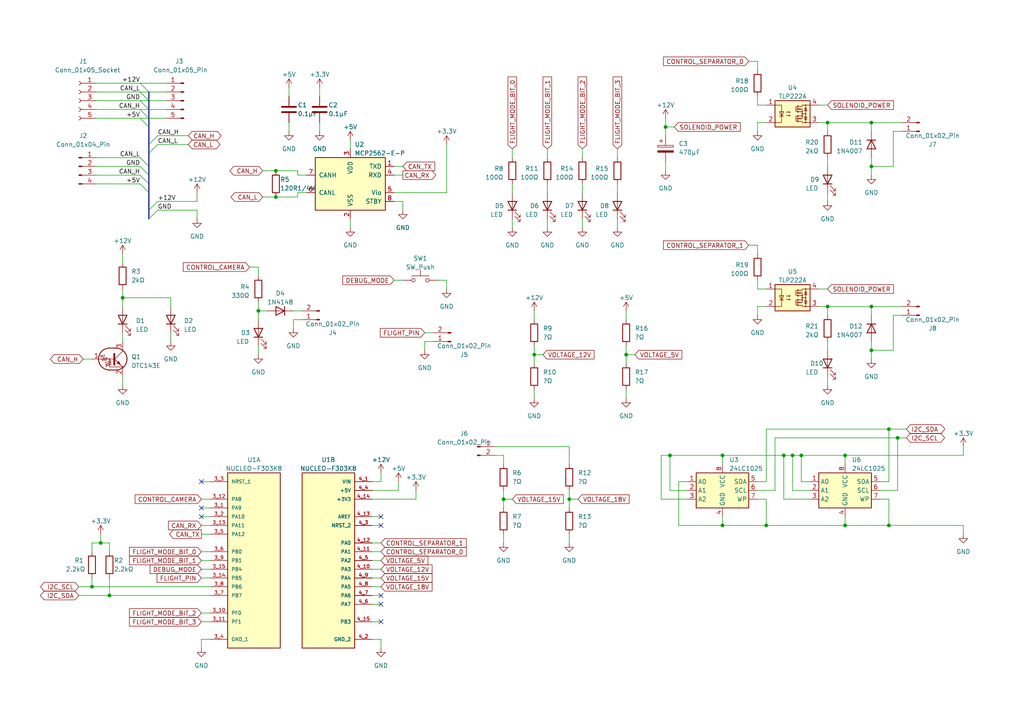
<source format=kicad_sch>
(kicad_sch (version 20230121) (generator eeschema)
  (paper "A4")
  (junction (at 146.05 144.78))
  (junction (at 245.11 132.08))
  (junction (at 209.55 132.08))
  (junction (at 252.73 48.26))
  (junction (at 252.73 101.6))
  (junction (at 227.33 132.08))
  (junction (at 260.35 127))
  (junction (at 35.56 86.36))
  (junction (at 26.67 170.18))
  (junction (at 80.01 57.15))
  (junction (at 154.94 102.87))
  (junction (at 240.03 88.9))
  (junction (at 257.81 152.4))
  (junction (at 252.73 88.9))
  (junction (at 181.61 102.87))
  (junction (at 240.03 35.56))
  (junction (at 193.04 36.83))
  (junction (at 29.21 157.48))
  (junction (at 31.75 172.72))
  (junction (at 194.31 132.08))
  (junction (at 209.55 152.4))
  (junction (at 252.73 35.56))
  (junction (at 232.41 132.08))
  (junction (at 222.25 152.4))
  (junction (at 80.01 49.53))
  (junction (at 74.93 90.17))
  (junction (at 245.11 152.4))
  (junction (at 229.87 132.08))
  (junction (at 257.81 124.46))
  (junction (at 165.1 144.78))
  (no_connect (at 110.49 175.26))
  (no_connect (at 58.42 149.86))
  (no_connect (at 110.49 149.86))
  (no_connect (at 58.42 139.7))
  (no_connect (at 110.49 152.4))
  (no_connect (at 110.49 172.72))
  (no_connect (at 58.42 147.32))
  (no_connect (at 110.49 180.34))
  (bus_entry (at 40.64 50.8) (size 2.54 2.54))
  (bus_entry (at 40.64 31.75) (size 2.54 2.54))
  (bus_entry (at 43.18 60.96) (size 2.54 -2.54))
  (bus_entry (at 40.64 53.34) (size 2.54 2.54))
  (bus_entry (at 43.18 41.91) (size 2.54 -2.54))
  (bus_entry (at 40.64 29.21) (size 2.54 2.54))
  (bus_entry (at 40.64 34.29) (size 2.54 2.54))
  (bus_entry (at 40.64 48.26) (size 2.54 2.54))
  (bus_entry (at 40.64 45.72) (size 2.54 2.54))
  (bus_entry (at 40.64 24.13) (size 2.54 2.54))
  (bus_entry (at 43.18 63.5) (size 2.54 -2.54))
  (bus_entry (at 43.18 44.45) (size 2.54 -2.54))
  (bus_entry (at 40.64 26.67) (size 2.54 2.54))
  (wire (pts (xy 168.91 53.34) (xy 168.91 55.88)))
  (wire (pts (xy 227.33 144.78) (xy 227.33 132.08)))
  (wire (pts (xy 154.94 113.03) (xy 154.94 115.57)))
  (wire (pts (xy 57.15 58.42) (xy 45.72 58.42)))
  (wire (pts (xy 31.75 167.64) (xy 31.75 172.72)))
  (wire (pts (xy 257.81 152.4) (xy 245.11 152.4)))
  (wire (pts (xy 259.08 38.1) (xy 259.08 48.26)))
  (wire (pts (xy 237.49 83.82) (xy 240.03 83.82)))
  (wire (pts (xy 58.42 147.32) (xy 60.96 147.32)))
  (wire (pts (xy 58.42 187.96) (xy 58.42 185.42)))
  (wire (pts (xy 43.18 26.67) (xy 40.64 26.67)))
  (wire (pts (xy 219.71 27.94) (xy 219.71 30.48)))
  (wire (pts (xy 24.13 104.14) (xy 26.67 104.14)))
  (wire (pts (xy 219.71 71.12) (xy 219.71 73.66)))
  (wire (pts (xy 234.95 139.7) (xy 232.41 139.7)))
  (wire (pts (xy 26.67 167.64) (xy 26.67 170.18)))
  (wire (pts (xy 209.55 134.62) (xy 209.55 132.08)))
  (wire (pts (xy 43.18 31.75) (xy 48.26 31.75)))
  (wire (pts (xy 31.75 172.72) (xy 60.96 172.72)))
  (wire (pts (xy 107.95 185.42) (xy 110.49 185.42)))
  (wire (pts (xy 179.07 43.18) (xy 179.07 45.72)))
  (wire (pts (xy 43.18 29.21) (xy 40.64 29.21)))
  (wire (pts (xy 58.42 152.4) (xy 60.96 152.4)))
  (wire (pts (xy 237.49 88.9) (xy 240.03 88.9)))
  (wire (pts (xy 199.39 142.24) (xy 194.31 142.24)))
  (wire (pts (xy 74.93 90.17) (xy 74.93 92.71)))
  (wire (pts (xy 107.95 139.7) (xy 110.49 139.7)))
  (wire (pts (xy 22.86 172.72) (xy 31.75 172.72)))
  (wire (pts (xy 255.27 139.7) (xy 257.81 139.7)))
  (wire (pts (xy 143.51 129.54) (xy 165.1 129.54)))
  (wire (pts (xy 279.4 129.54) (xy 279.4 132.08)))
  (wire (pts (xy 107.95 144.78) (xy 120.65 144.78)))
  (wire (pts (xy 217.17 71.12) (xy 219.71 71.12)))
  (wire (pts (xy 165.1 144.78) (xy 165.1 147.32)))
  (wire (pts (xy 194.31 132.08) (xy 209.55 132.08)))
  (wire (pts (xy 146.05 154.94) (xy 146.05 157.48)))
  (wire (pts (xy 35.56 83.82) (xy 35.56 86.36)))
  (wire (pts (xy 35.56 86.36) (xy 49.53 86.36)))
  (wire (pts (xy 179.07 53.34) (xy 179.07 55.88)))
  (wire (pts (xy 245.11 132.08) (xy 245.11 134.62)))
  (bus (pts (xy 43.18 48.26) (xy 43.18 50.8)))
  (wire (pts (xy 240.03 45.72) (xy 240.03 48.26)))
  (wire (pts (xy 58.42 177.8) (xy 60.96 177.8)))
  (wire (pts (xy 116.84 58.42) (xy 116.84 60.96)))
  (wire (pts (xy 193.04 36.83) (xy 193.04 39.37)))
  (wire (pts (xy 83.82 25.4) (xy 83.82 27.94)))
  (wire (pts (xy 72.39 77.47) (xy 74.93 77.47)))
  (wire (pts (xy 193.04 34.29) (xy 193.04 36.83)))
  (wire (pts (xy 229.87 142.24) (xy 229.87 132.08)))
  (wire (pts (xy 110.49 152.4) (xy 107.95 152.4)))
  (wire (pts (xy 219.71 142.24) (xy 224.79 142.24)))
  (bus (pts (xy 43.18 36.83) (xy 43.18 41.91)))
  (wire (pts (xy 222.25 144.78) (xy 222.25 152.4)))
  (wire (pts (xy 57.15 63.5) (xy 57.15 60.96)))
  (wire (pts (xy 43.18 29.21) (xy 48.26 29.21)))
  (wire (pts (xy 114.3 48.26) (xy 116.84 48.26)))
  (wire (pts (xy 191.77 144.78) (xy 191.77 132.08)))
  (bus (pts (xy 43.18 41.91) (xy 43.18 44.45)))
  (wire (pts (xy 27.94 34.29) (xy 40.64 34.29)))
  (wire (pts (xy 196.85 139.7) (xy 196.85 152.4)))
  (wire (pts (xy 114.3 50.8) (xy 116.84 50.8)))
  (wire (pts (xy 43.18 34.29) (xy 40.64 34.29)))
  (wire (pts (xy 199.39 139.7) (xy 196.85 139.7)))
  (wire (pts (xy 259.08 48.26) (xy 252.73 48.26)))
  (wire (pts (xy 245.11 132.08) (xy 279.4 132.08)))
  (wire (pts (xy 227.33 132.08) (xy 229.87 132.08)))
  (wire (pts (xy 57.15 55.88) (xy 57.15 58.42)))
  (wire (pts (xy 255.27 142.24) (xy 260.35 142.24)))
  (wire (pts (xy 232.41 132.08) (xy 245.11 132.08)))
  (bus (pts (xy 43.18 60.96) (xy 43.18 63.5)))
  (wire (pts (xy 259.08 91.44) (xy 259.08 101.6)))
  (bus (pts (xy 43.18 31.75) (xy 43.18 34.29)))
  (wire (pts (xy 43.18 31.75) (xy 40.64 31.75)))
  (wire (pts (xy 240.03 88.9) (xy 252.73 88.9)))
  (wire (pts (xy 129.54 81.28) (xy 129.54 83.82)))
  (wire (pts (xy 43.18 34.29) (xy 48.26 34.29)))
  (wire (pts (xy 107.95 160.02) (xy 110.49 160.02)))
  (wire (pts (xy 76.2 49.53) (xy 80.01 49.53)))
  (wire (pts (xy 146.05 132.08) (xy 146.05 134.62)))
  (wire (pts (xy 48.26 26.67) (xy 43.18 26.67)))
  (wire (pts (xy 107.95 167.64) (xy 110.49 167.64)))
  (wire (pts (xy 107.95 180.34) (xy 110.49 180.34)))
  (wire (pts (xy 240.03 35.56) (xy 252.73 35.56)))
  (bus (pts (xy 43.18 53.34) (xy 43.18 55.88)))
  (wire (pts (xy 86.36 50.8) (xy 86.36 49.53)))
  (wire (pts (xy 148.59 53.34) (xy 148.59 55.88)))
  (bus (pts (xy 43.18 34.29) (xy 43.18 36.83)))
  (wire (pts (xy 123.19 99.06) (xy 125.73 99.06)))
  (wire (pts (xy 191.77 132.08) (xy 194.31 132.08)))
  (wire (pts (xy 165.1 142.24) (xy 165.1 144.78)))
  (wire (pts (xy 257.81 124.46) (xy 262.89 124.46)))
  (wire (pts (xy 107.95 142.24) (xy 115.57 142.24)))
  (wire (pts (xy 76.2 57.15) (xy 80.01 57.15)))
  (wire (pts (xy 240.03 88.9) (xy 240.03 91.44)))
  (wire (pts (xy 257.81 152.4) (xy 279.4 152.4)))
  (wire (pts (xy 107.95 157.48) (xy 110.49 157.48)))
  (wire (pts (xy 35.56 86.36) (xy 35.56 88.9)))
  (wire (pts (xy 92.71 35.56) (xy 92.71 38.1)))
  (wire (pts (xy 85.09 95.25) (xy 85.09 92.71)))
  (wire (pts (xy 146.05 144.78) (xy 146.05 147.32)))
  (wire (pts (xy 85.09 92.71) (xy 87.63 92.71)))
  (wire (pts (xy 58.42 162.56) (xy 60.96 162.56)))
  (wire (pts (xy 222.25 124.46) (xy 222.25 139.7)))
  (wire (pts (xy 115.57 139.7) (xy 115.57 142.24)))
  (wire (pts (xy 101.6 63.5) (xy 101.6 66.04)))
  (wire (pts (xy 240.03 35.56) (xy 240.03 38.1)))
  (wire (pts (xy 240.03 55.88) (xy 240.03 58.42)))
  (wire (pts (xy 158.75 63.5) (xy 158.75 66.04)))
  (wire (pts (xy 252.73 35.56) (xy 252.73 38.1)))
  (wire (pts (xy 219.71 30.48) (xy 222.25 30.48)))
  (wire (pts (xy 181.61 102.87) (xy 181.61 105.41)))
  (wire (pts (xy 154.94 102.87) (xy 157.48 102.87)))
  (wire (pts (xy 181.61 113.03) (xy 181.61 115.57)))
  (wire (pts (xy 209.55 132.08) (xy 227.33 132.08)))
  (wire (pts (xy 45.72 41.91) (xy 54.61 41.91)))
  (wire (pts (xy 26.67 157.48) (xy 29.21 157.48)))
  (wire (pts (xy 219.71 17.78) (xy 219.71 20.32)))
  (wire (pts (xy 35.56 109.22) (xy 35.56 111.76)))
  (wire (pts (xy 58.42 180.34) (xy 60.96 180.34)))
  (wire (pts (xy 232.41 139.7) (xy 232.41 132.08)))
  (wire (pts (xy 222.25 152.4) (xy 209.55 152.4)))
  (wire (pts (xy 107.95 165.1) (xy 110.49 165.1)))
  (wire (pts (xy 255.27 144.78) (xy 257.81 144.78)))
  (wire (pts (xy 88.9 50.8) (xy 86.36 50.8)))
  (wire (pts (xy 58.42 139.7) (xy 60.96 139.7)))
  (wire (pts (xy 27.94 50.8) (xy 40.64 50.8)))
  (wire (pts (xy 261.62 88.9) (xy 252.73 88.9)))
  (wire (pts (xy 261.62 35.56) (xy 252.73 35.56)))
  (wire (pts (xy 29.21 154.94) (xy 29.21 157.48)))
  (wire (pts (xy 168.91 43.18) (xy 168.91 45.72)))
  (wire (pts (xy 259.08 101.6) (xy 252.73 101.6)))
  (wire (pts (xy 158.75 53.34) (xy 158.75 55.88)))
  (wire (pts (xy 92.71 25.4) (xy 92.71 27.94)))
  (wire (pts (xy 219.71 83.82) (xy 222.25 83.82)))
  (wire (pts (xy 107.95 170.18) (xy 110.49 170.18)))
  (wire (pts (xy 219.71 35.56) (xy 222.25 35.56)))
  (wire (pts (xy 49.53 96.52) (xy 49.53 99.06)))
  (wire (pts (xy 86.36 55.88) (xy 86.36 57.15)))
  (wire (pts (xy 193.04 46.99) (xy 193.04 49.53)))
  (wire (pts (xy 110.49 149.86) (xy 107.95 149.86)))
  (wire (pts (xy 35.56 73.66) (xy 35.56 76.2)))
  (wire (pts (xy 107.95 172.72) (xy 110.49 172.72)))
  (wire (pts (xy 224.79 127) (xy 260.35 127)))
  (wire (pts (xy 57.15 60.96) (xy 45.72 60.96)))
  (wire (pts (xy 168.91 63.5) (xy 168.91 66.04)))
  (wire (pts (xy 199.39 144.78) (xy 191.77 144.78)))
  (bus (pts (xy 43.18 50.8) (xy 43.18 53.34)))
  (wire (pts (xy 27.94 31.75) (xy 40.64 31.75)))
  (wire (pts (xy 58.42 144.78) (xy 60.96 144.78)))
  (wire (pts (xy 219.71 139.7) (xy 222.25 139.7)))
  (wire (pts (xy 29.21 157.48) (xy 31.75 157.48)))
  (wire (pts (xy 148.59 43.18) (xy 148.59 45.72)))
  (wire (pts (xy 27.94 29.21) (xy 40.64 29.21)))
  (wire (pts (xy 74.93 77.47) (xy 74.93 80.01)))
  (wire (pts (xy 219.71 38.1) (xy 219.71 35.56)))
  (wire (pts (xy 40.64 24.13) (xy 48.26 24.13)))
  (wire (pts (xy 110.49 175.26) (xy 107.95 175.26)))
  (wire (pts (xy 257.81 144.78) (xy 257.81 152.4)))
  (wire (pts (xy 58.42 167.64) (xy 60.96 167.64)))
  (wire (pts (xy 234.95 142.24) (xy 229.87 142.24)))
  (bus (pts (xy 43.18 44.45) (xy 43.18 48.26)))
  (wire (pts (xy 27.94 45.72) (xy 40.64 45.72)))
  (wire (pts (xy 257.81 124.46) (xy 257.81 139.7)))
  (wire (pts (xy 252.73 88.9) (xy 252.73 91.44)))
  (wire (pts (xy 240.03 99.06) (xy 240.03 101.6)))
  (bus (pts (xy 43.18 29.21) (xy 43.18 31.75)))
  (wire (pts (xy 58.42 165.1) (xy 60.96 165.1)))
  (wire (pts (xy 85.09 90.17) (xy 87.63 90.17)))
  (wire (pts (xy 261.62 38.1) (xy 259.08 38.1)))
  (wire (pts (xy 252.73 45.72) (xy 252.73 48.26)))
  (wire (pts (xy 209.55 149.86) (xy 209.55 152.4)))
  (wire (pts (xy 143.51 132.08) (xy 146.05 132.08)))
  (wire (pts (xy 219.71 144.78) (xy 222.25 144.78)))
  (wire (pts (xy 181.61 90.17) (xy 181.61 92.71)))
  (wire (pts (xy 58.42 154.94) (xy 60.96 154.94)))
  (wire (pts (xy 129.54 41.91) (xy 129.54 55.88)))
  (wire (pts (xy 245.11 152.4) (xy 222.25 152.4)))
  (wire (pts (xy 217.17 17.78) (xy 219.71 17.78)))
  (wire (pts (xy 245.11 149.86) (xy 245.11 152.4)))
  (wire (pts (xy 179.07 63.5) (xy 179.07 66.04)))
  (wire (pts (xy 27.94 48.26) (xy 40.64 48.26)))
  (wire (pts (xy 120.65 142.24) (xy 120.65 144.78)))
  (wire (pts (xy 110.49 187.96) (xy 110.49 185.42)))
  (wire (pts (xy 279.4 154.94) (xy 279.4 152.4)))
  (wire (pts (xy 193.04 36.83) (xy 195.58 36.83)))
  (wire (pts (xy 80.01 57.15) (xy 86.36 57.15)))
  (wire (pts (xy 22.86 170.18) (xy 26.67 170.18)))
  (wire (pts (xy 146.05 142.24) (xy 146.05 144.78)))
  (wire (pts (xy 165.1 144.78) (xy 167.64 144.78)))
  (wire (pts (xy 154.94 90.17) (xy 154.94 92.71)))
  (wire (pts (xy 35.56 96.52) (xy 35.56 99.06)))
  (wire (pts (xy 196.85 152.4) (xy 209.55 152.4)))
  (wire (pts (xy 58.42 149.86) (xy 60.96 149.86)))
  (wire (pts (xy 237.49 30.48) (xy 240.03 30.48)))
  (wire (pts (xy 154.94 100.33) (xy 154.94 102.87)))
  (wire (pts (xy 110.49 162.56) (xy 107.95 162.56)))
  (wire (pts (xy 146.05 144.78) (xy 148.59 144.78)))
  (wire (pts (xy 219.71 88.9) (xy 222.25 88.9)))
  (wire (pts (xy 148.59 63.5) (xy 148.59 66.04)))
  (wire (pts (xy 110.49 137.16) (xy 110.49 139.7)))
  (wire (pts (xy 158.75 43.18) (xy 158.75 45.72)))
  (wire (pts (xy 224.79 127) (xy 224.79 142.24)))
  (wire (pts (xy 27.94 24.13) (xy 40.64 24.13)))
  (wire (pts (xy 194.31 142.24) (xy 194.31 132.08)))
  (wire (pts (xy 252.73 99.06) (xy 252.73 101.6)))
  (wire (pts (xy 229.87 132.08) (xy 232.41 132.08)))
  (wire (pts (xy 101.6 40.64) (xy 101.6 43.18)))
  (wire (pts (xy 114.3 55.88) (xy 129.54 55.88)))
  (wire (pts (xy 31.75 157.48) (xy 31.75 160.02)))
  (wire (pts (xy 26.67 170.18) (xy 60.96 170.18)))
  (wire (pts (xy 261.62 91.44) (xy 259.08 91.44)))
  (wire (pts (xy 240.03 35.56) (xy 237.49 35.56)))
  (wire (pts (xy 123.19 101.6) (xy 123.19 99.06)))
  (wire (pts (xy 27.94 53.34) (xy 40.64 53.34)))
  (wire (pts (xy 240.03 109.22) (xy 240.03 111.76)))
  (wire (pts (xy 123.19 96.52) (xy 125.73 96.52)))
  (bus (pts (xy 43.18 26.67) (xy 43.18 29.21)))
  (wire (pts (xy 260.35 127) (xy 262.89 127)))
  (wire (pts (xy 252.73 48.26) (xy 252.73 50.8)))
  (wire (pts (xy 114.3 58.42) (xy 116.84 58.42)))
  (wire (pts (xy 219.71 91.44) (xy 219.71 88.9)))
  (wire (pts (xy 58.42 185.42) (xy 60.96 185.42)))
  (wire (pts (xy 74.93 100.33) (xy 74.93 102.87)))
  (wire (pts (xy 252.73 101.6) (xy 252.73 104.14)))
  (wire (pts (xy 58.42 160.02) (xy 60.96 160.02)))
  (wire (pts (xy 260.35 127) (xy 260.35 142.24)))
  (wire (pts (xy 114.3 81.28) (xy 116.84 81.28)))
  (wire (pts (xy 88.9 55.88) (xy 86.36 55.88)))
  (wire (pts (xy 83.82 35.56) (xy 83.82 38.1)))
  (wire (pts (xy 165.1 154.94) (xy 165.1 157.48)))
  (wire (pts (xy 45.72 39.37) (xy 54.61 39.37)))
  (wire (pts (xy 154.94 102.87) (xy 154.94 105.41)))
  (wire (pts (xy 27.94 26.67) (xy 40.64 26.67)))
  (wire (pts (xy 74.93 87.63) (xy 74.93 90.17)))
  (wire (pts (xy 49.53 86.36) (xy 49.53 88.9)))
  (wire (pts (xy 219.71 81.28) (xy 219.71 83.82)))
  (wire (pts (xy 26.67 160.02) (xy 26.67 157.48)))
  (wire (pts (xy 181.61 100.33) (xy 181.61 102.87)))
  (wire (pts (xy 234.95 144.78) (xy 227.33 144.78)))
  (wire (pts (xy 165.1 129.54) (xy 165.1 134.62)))
  (wire (pts (xy 80.01 49.53) (xy 86.36 49.53)))
  (bus (pts (xy 43.18 55.88) (xy 43.18 60.96)))
  (wire (pts (xy 127 81.28) (xy 129.54 81.28)))
  (wire (pts (xy 181.61 102.87) (xy 184.15 102.87)))
  (wire (pts (xy 74.93 90.17) (xy 77.47 90.17)))
  (wire (pts (xy 222.25 124.46) (xy 257.81 124.46)))
  (label "CAN_L" (at 40.64 26.67 180))
  (label "CAN_H" (at 45.72 39.37 0))
  (label "GND" (at 45.72 60.96 0))
  (label "CAN_L" (at 40.64 45.72 180))
  (label "+12V" (at 45.72 58.42 0))
  (label "CAN_H" (at 40.64 31.75 180))
  (label "+12V" (at 40.64 24.13 180))
  (label "+5V" (at 40.64 34.29 180))
  (label "GND" (at 40.64 48.26 180))
  (label "CAN_H" (at 40.64 50.8 180))
  (label "GND" (at 40.64 29.21 180))
  (label "CAN_L" (at 45.72 41.91 0))
  (label "+5V" (at 40.64 53.34 180))
  (global_label "VOLTAGE_12V" (shape input) (at 110.49 165.1 0) (property "Intersheetrefs" "${INTERSHEET_REFS}" (effects hide)))
  (global_label "I2C_SCL" (shape bidirectional) (at 22.86 170.18 180) (property "Intersheetrefs" "${INTERSHEET_REFS}" (effects hide)))
  (global_label "CONTROL_SEPARATOR_1" (shape input) (at 110.49 157.48 0) (property "Intersheetrefs" "${INTERSHEET_REFS}" (effects hide)))
  (global_label "CAN_L" (shape bidirectional) (at 76.2 57.15 180) (property "Intersheetrefs" "${INTERSHEET_REFS}" (effects hide)))
  (global_label "FLIGHT_MODE_BIT_0" (shape input) (at 148.59 43.18 90) (property "Intersheetrefs" "${INTERSHEET_REFS}" (effects hide)))
  (global_label "I2C_SDA" (shape bidirectional) (at 262.89 124.46 0) (property "Intersheetrefs" "${INTERSHEET_REFS}" (effects hide)))
  (global_label "FLIGHT_MODE_BIT_3" (shape input) (at 58.42 180.34 180) (property "Intersheetrefs" "${INTERSHEET_REFS}" (effects hide)))
  (global_label "CONTROL_CAMERA" (shape input) (at 58.42 144.78 180) (property "Intersheetrefs" "${INTERSHEET_REFS}" (effects hide)))
  (global_label "VOLTAGE_18V" (shape input) (at 110.49 170.18 0) (property "Intersheetrefs" "${INTERSHEET_REFS}" (effects hide)))
  (global_label "CAN_TX" (shape input) (at 116.84 48.26 0) (property "Intersheetrefs" "${INTERSHEET_REFS}" (effects hide)))
  (global_label "FLIGHT_MODE_BIT_2" (shape input) (at 168.91 43.18 90) (property "Intersheetrefs" "${INTERSHEET_REFS}" (effects hide)))
  (global_label "FLIGHT_MODE_BIT_1" (shape input) (at 158.75 43.18 90) (property "Intersheetrefs" "${INTERSHEET_REFS}" (effects hide)))
  (global_label "FLIGHT_MODE_BIT_0" (shape input) (at 58.42 160.02 180) (property "Intersheetrefs" "${INTERSHEET_REFS}" (effects hide)))
  (global_label "CAN_H" (shape bidirectional) (at 76.2 49.53 180) (property "Intersheetrefs" "${INTERSHEET_REFS}" (effects hide)))
  (global_label "CONTROL_SEPARATOR_0" (shape input) (at 217.17 17.78 180) (property "Intersheetrefs" "${INTERSHEET_REFS}" (effects hide)))
  (global_label "CAN_RX" (shape output) (at 116.84 50.8 0) (property "Intersheetrefs" "${INTERSHEET_REFS}" (effects hide)))
  (global_label "CAN_TX" (shape output) (at 58.42 154.94 180) (property "Intersheetrefs" "${INTERSHEET_REFS}" (effects hide)))
  (global_label "CONTROL_SEPARATOR_0" (shape input) (at 110.49 160.02 0) (property "Intersheetrefs" "${INTERSHEET_REFS}" (effects hide)))
  (global_label "FLIGHT_PIN" (shape input) (at 123.19 96.52 180) (property "Intersheetrefs" "${INTERSHEET_REFS}" (effects hide)))
  (global_label "DEBUG_MODE" (shape input) (at 114.3 81.28 180) (property "Intersheetrefs" "${INTERSHEET_REFS}" (effects hide)))
  (global_label "FLIGHT_MODE_BIT_1" (shape input) (at 58.42 162.56 180) (property "Intersheetrefs" "${INTERSHEET_REFS}" (effects hide)))
  (global_label "VOLTAGE_5V" (shape input) (at 110.49 162.56 0) (property "Intersheetrefs" "${INTERSHEET_REFS}" (effects hide)))
  (global_label "FLIGHT_MODE_BIT_3" (shape input) (at 179.07 43.18 90) (property "Intersheetrefs" "${INTERSHEET_REFS}" (effects hide)))
  (global_label "CAN_L" (shape bidirectional) (at 54.61 41.91 0) (property "Intersheetrefs" "${INTERSHEET_REFS}" (effects hide)))
  (global_label "VOLTAGE_5V" (shape input) (at 184.15 102.87 0) (property "Intersheetrefs" "${INTERSHEET_REFS}" (effects hide)))
  (global_label "SOLENOID_POWER" (shape input) (at 240.03 30.48 0) (property "Intersheetrefs" "${INTERSHEET_REFS}" (effects hide)))
  (global_label "CAN_RX" (shape input) (at 58.42 152.4 180) (property "Intersheetrefs" "${INTERSHEET_REFS}" (effects hide)))
  (global_label "CONTROL_SEPARATOR_1" (shape input) (at 217.17 71.12 180) (property "Intersheetrefs" "${INTERSHEET_REFS}" (effects hide)))
  (global_label "FLIGHT_MODE_BIT_2" (shape input) (at 58.42 177.8 180) (property "Intersheetrefs" "${INTERSHEET_REFS}" (effects hide)))
  (global_label "CONTROL_CAMERA" (shape input) (at 72.39 77.47 180) (property "Intersheetrefs" "${INTERSHEET_REFS}" (effects hide)))
  (global_label "VOLTAGE_12V" (shape input) (at 157.48 102.87 0) (property "Intersheetrefs" "${INTERSHEET_REFS}" (effects hide)))
  (global_label "SOLENOID_POWER" (shape input) (at 195.58 36.83 0) (property "Intersheetrefs" "${INTERSHEET_REFS}" (effects hide)))
  (global_label "VOLTAGE_15V" (shape input) (at 148.59 144.78 0) (property "Intersheetrefs" "${INTERSHEET_REFS}" (effects hide)))
  (global_label "VOLTAGE_15V" (shape input) (at 110.49 167.64 0) (property "Intersheetrefs" "${INTERSHEET_REFS}" (effects hide)))
  (global_label "CAN_H" (shape bidirectional) (at 54.61 39.37 0) (property "Intersheetrefs" "${INTERSHEET_REFS}" (effects hide)))
  (global_label "SOLENOID_POWER" (shape input) (at 240.03 83.82 0) (property "Intersheetrefs" "${INTERSHEET_REFS}" (effects hide)))
  (global_label "I2C_SCL" (shape bidirectional) (at 262.89 127 0) (property "Intersheetrefs" "${INTERSHEET_REFS}" (effects hide)))
  (global_label "I2C_SDA" (shape bidirectional) (at 22.86 172.72 180) (property "Intersheetrefs" "${INTERSHEET_REFS}" (effects hide)))
  (global_label "VOLTAGE_18V" (shape input) (at 167.64 144.78 0) (property "Intersheetrefs" "${INTERSHEET_REFS}" (effects hide)))
  (global_label "CAN_H" (shape bidirectional) (at 24.13 104.14 180) (property "Intersheetrefs" "${INTERSHEET_REFS}" (effects hide)))
  (global_label "FLIGHT_PIN" (shape input) (at 58.42 167.64 180) (property "Intersheetrefs" "${INTERSHEET_REFS}" (effects hide)))
  (global_label "DEBUG_MODE" (shape input) (at 58.42 165.1 180) (property "Intersheetrefs" "${INTERSHEET_REFS}" (effects hide)))
  (symbol (lib_id "Device:R") (at 240.03 95.25 0) (mirror y) (unit 1)
    (property "Reference" "R21" (at 237.49 94.615 0) (effects (justify left)))
    (property "Value" "2kΩ" (at 237.49 97.155 0) (effects (justify left)))
    (property "Footprint" "Resistor_SMD:R_0805_2012Metric_Pad1.20x1.40mm_HandSolder" (effects hide))
  )
  (symbol (lib_id "Device:R") (at 181.61 109.22 0) (unit 1)
    (property "Reference" "R17" (at 184.15 107.9499 0) (effects (justify left)))
    (property "Value" "?Ω" (at 184.15 110.4899 0) (effects (justify left)))
    (property "Footprint" "Resistor_SMD:R_0805_2012Metric_Pad1.20x1.40mm_HandSolder" (effects hide))
  )
  (symbol (lib_id "Connector:Conn_01x04_Pin") (at 22.86 48.26 0) (unit 1)
    (property "Reference" "J2" (at 24.13 39.37 0))
    (property "Value" "Conn_01x04_Pin" (at 24.13 41.91 0))
    (property "Footprint" "Connector_JST:JST_XH_S4B-XH-A_1x04_P2.50mm_Horizontal" (effects hide))
  )
  (symbol (lib_id "Device:LED") (at 35.56 92.71 90) (unit 1)
    (property "Reference" "D1" (at 39.37 93.0274 90) (effects (justify right)))
    (property "Value" "LED" (at 39.37 95.5674 90) (effects (justify right)))
    (property "Footprint" "LED_SMD:LED_1206_3216Metric_Pad1.42x1.75mm_HandSolder" (effects hide))
  )
  (symbol (lib_id "Device:LED") (at 240.03 52.07 90) (unit 1)
    (property "Reference" "D9" (at 234.95 52.07 90) (effects (justify right)))
    (property "Value" "LED" (at 233.68 54.61 90) (effects (justify right)))
    (property "Footprint" "LED_SMD:LED_1206_3216Metric_Pad1.42x1.75mm_HandSolder" (effects hide))
  )
  (symbol (lib_id "power:GND") (at 252.73 50.8 0) (mirror y) (unit 1)
    (property "Reference" "#PWR040" (effects hide))
    (property "Value" "GND" (at 252.73 55.88 0))
  )
  (symbol (lib_id "Device:R") (at 154.94 96.52 0) (unit 1)
    (property "Reference" "R9" (at 157.48 95.2499 0) (effects (justify left)))
    (property "Value" "?Ω" (at 157.48 97.7899 0) (effects (justify left)))
    (property "Footprint" "Resistor_SMD:R_0805_2012Metric_Pad1.20x1.40mm_HandSolder" (effects hide))
  )
  (symbol (lib_id "power:GND") (at 158.75 66.04 0) (mirror y) (unit 1)
    (property "Reference" "#PWR028" (effects hide))
    (property "Value" "GND" (at 158.75 71.12 0))
  )
  (symbol (lib_id "Connector:Conn_01x02_Pin") (at 266.7 38.1 180) (unit 1)
    (property "Reference" "J7" (at 270.51 41.91 0))
    (property "Value" "Conn_01x02_Pin" (at 270.51 39.37 0))
    (property "Footprint" "Connector_JST:JST_EH_S2B-EH_1x02_P2.50mm_Horizontal" (effects hide))
  )
  (symbol (lib_id "Device:R") (at 181.61 96.52 0) (unit 1)
    (property "Reference" "R16" (at 184.15 95.2499 0) (effects (justify left)))
    (property "Value" "?Ω" (at 184.15 97.7899 0) (effects (justify left)))
    (property "Footprint" "Resistor_SMD:R_0805_2012Metric_Pad1.20x1.40mm_HandSolder" (effects hide))
  )
  (symbol (lib_id "power:+12V") (at 193.04 34.29 0) (unit 1)
    (property "Reference" "#PWR034" (effects hide))
    (property "Value" "+12V" (at 193.04 30.48 0))
  )
  (symbol (lib_id "Diode:1N4007") (at 252.73 41.91 90) (mirror x) (unit 1)
    (property "Reference" "D11" (at 250.19 41.275 90) (effects (justify left)))
    (property "Value" "1N4007" (at 250.19 43.815 90) (effects (justify left)))
    (property "Footprint" "Diode_THT:D_DO-41_SOD81_P10.16mm_Horizontal" (effects hide))
    (property "Datasheet" "http://www.vishay.com/docs/88503/1n4001.pdf" (effects hide))
    (property "Sim.Device" "D" (effects hide))
    (property "Sim.Pins" "1=K 2=A" (effects hide))
  )
  (symbol (lib_id "power:+5V") (at 115.57 139.7 0) (unit 1)
    (property "Reference" "#PWR018" (effects hide))
    (property "Value" "+5V" (at 115.57 135.89 0))
  )
  (symbol (lib_id "power:GND") (at 219.71 91.44 0) (mirror y) (unit 1)
    (property "Reference" "#PWR037" (effects hide))
    (property "Value" "GND" (at 219.71 96.52 0))
  )
  (symbol (lib_id "Diode:1N4148") (at 81.28 90.17 180) (unit 1)
    (property "Reference" "D4" (at 81.28 85.09 0))
    (property "Value" "1N4148" (at 81.28 87.63 0))
    (property "Footprint" "Diode_THT:D_DO-35_SOD27_P7.62mm_Horizontal" (effects hide))
    (property "Datasheet" "https://assets.nexperia.com/documents/data-sheet/1N4148_1N4448.pdf" (effects hide))
    (property "Sim.Device" "D" (effects hide))
    (property "Sim.Pins" "1=K 2=A" (effects hide))
  )
  (symbol (lib_id "power:GND") (at 154.94 115.57 0) (mirror y) (unit 1)
    (property "Reference" "#PWR027" (effects hide))
    (property "Value" "GND" (at 154.94 120.65 0))
  )
  (symbol (lib_id "Device:R") (at 165.1 151.13 0) (unit 1)
    (property "Reference" "R13" (at 167.64 149.8599 0) (effects (justify left)))
    (property "Value" "?Ω" (at 167.64 152.3999 0) (effects (justify left)))
    (property "Footprint" "Resistor_SMD:R_0805_2012Metric_Pad1.20x1.40mm_HandSolder" (effects hide))
  )
  (symbol (lib_id "Device:C") (at 92.71 31.75 0) (unit 1)
    (property "Reference" "C2" (at 95.25 30.48 0) (effects (justify left)))
    (property "Value" "0.1μF" (at 95.25 33.02 0) (effects (justify left)))
    (property "Footprint" "Capacitor_SMD:C_0805_2012Metric_Pad1.18x1.45mm_HandSolder" (effects hide))
  )
  (symbol (lib_id "power:+3.3V") (at 92.71 25.4 0) (unit 1)
    (property "Reference" "#PWR012" (effects hide))
    (property "Value" "+3.3V" (at 92.71 21.59 0))
  )
  (symbol (lib_id "Device:R") (at 168.91 49.53 0) (mirror y) (unit 1)
    (property "Reference" "R14" (at 166.37 48.895 0) (effects (justify left)))
    (property "Value" "100Ω" (at 166.37 51.435 0) (effects (justify left)))
    (property "Footprint" "Resistor_SMD:R_0805_2012Metric_Pad1.20x1.40mm_HandSolder" (effects hide))
  )
  (symbol (lib_id "power:GND") (at 146.05 157.48 0) (mirror y) (unit 1)
    (property "Reference" "#PWR024" (effects hide))
    (property "Value" "GND" (at 146.05 162.56 0))
  )
  (symbol (lib_id "power:+3.3V") (at 120.65 142.24 0) (unit 1)
    (property "Reference" "#PWR020" (effects hide))
    (property "Value" "+3.3V" (at 120.65 138.43 0))
  )
  (symbol (lib_id "Device:R") (at 146.05 138.43 0) (unit 1)
    (property "Reference" "R6" (at 148.59 137.1599 0) (effects (justify left)))
    (property "Value" "?Ω" (at 148.59 139.6999 0) (effects (justify left)))
    (property "Footprint" "Resistor_SMD:R_0805_2012Metric_Pad1.20x1.40mm_HandSolder" (effects hide))
  )
  (symbol (lib_id "Device:R") (at 240.03 41.91 0) (mirror y) (unit 1)
    (property "Reference" "R20" (at 237.49 41.275 0) (effects (justify left)))
    (property "Value" "2kΩ" (at 237.49 43.815 0) (effects (justify left)))
    (property "Footprint" "Resistor_SMD:R_0805_2012Metric_Pad1.20x1.40mm_HandSolder" (effects hide))
  )
  (symbol (lib_id "power:GND") (at 168.91 66.04 0) (mirror y) (unit 1)
    (property "Reference" "#PWR030" (effects hide))
    (property "Value" "GND" (at 168.91 71.12 0))
  )
  (symbol (lib_id "power:+3.3V") (at 279.4 129.54 0) (unit 1)
    (property "Reference" "#PWR042" (effects hide))
    (property "Value" "+3.3V" (at 279.4 125.73 0))
  )
  (symbol (lib_id "Device:R") (at 148.59 49.53 0) (mirror y) (unit 1)
    (property "Reference" "R8" (at 146.05 48.895 0) (effects (justify left)))
    (property "Value" "100Ω" (at 146.05 51.435 0) (effects (justify left)))
    (property "Footprint" "Resistor_SMD:R_0805_2012Metric_Pad1.20x1.40mm_HandSolder" (effects hide))
  )
  (symbol (lib_id "power:GND") (at 57.15 63.5 0) (mirror y) (unit 1)
    (property "Reference" "#PWR06" (effects hide))
    (property "Value" "GND" (at 57.15 68.58 0))
  )
  (symbol (lib_id "Interface_CAN_LIN:MCP2562-E-P") (at 101.6 53.34 0) (mirror y) (unit 1)
    (property "Reference" "U2" (at 102.87 41.91 0) (effects (justify right)))
    (property "Value" "MCP2562-E-P" (at 102.87 44.45 0) (effects (justify right)))
    (property "Footprint" "Package_DIP:DIP-8_W7.62mm" (effects hide))
    (property "Datasheet" "http://ww1.microchip.com/downloads/en/DeviceDoc/25167A.pdf" (effects hide))
  )
  (symbol (lib_id "power:+5V") (at 83.82 25.4 0) (unit 1)
    (property "Reference" "#PWR09" (effects hide))
    (property "Value" "+5V" (at 83.82 21.59 0))
  )
  (symbol (lib_id "power:GND") (at 181.61 115.57 0) (mirror y) (unit 1)
    (property "Reference" "#PWR033" (effects hide))
    (property "Value" "GND" (at 181.61 120.65 0))
  )
  (symbol (lib_id "power:+5V") (at 181.61 90.17 0) (unit 1)
    (property "Reference" "#PWR032" (effects hide))
    (property "Value" "+5V" (at 181.61 86.36 0))
  )
  (symbol (lib_id "Device:LED") (at 158.75 59.69 90) (unit 1)
    (property "Reference" "D6" (at 153.67 59.69 90) (effects (justify right)))
    (property "Value" "LED" (at 152.4 62.23 90) (effects (justify right)))
    (property "Footprint" "LED_SMD:LED_1206_3216Metric_Pad1.42x1.75mm_HandSolder" (effects hide))
  )
  (symbol (lib_id "power:GND") (at 110.49 187.96 0) (unit 1)
    (property "Reference" "#PWR017" (effects hide))
    (property "Value" "GND" (at 110.49 193.04 0))
  )
  (symbol (lib_id "Connector:Conn_01x02_Pin") (at 92.71 92.71 180) (unit 1)
    (property "Reference" "J4" (at 96.52 96.52 0))
    (property "Value" "Conn_01x02_Pin" (at 96.52 93.98 0))
    (property "Footprint" "Connector_JST:JST_EH_S2B-EH_1x02_P2.50mm_Horizontal" (effects hide))
  )
  (symbol (lib_id "power:GND") (at 240.03 58.42 0) (mirror y) (unit 1)
    (property "Reference" "#PWR038" (effects hide))
    (property "Value" "GND" (at 240.03 63.5 0))
  )
  (symbol (lib_id "power:GND") (at 279.4 154.94 0) (unit 1)
    (property "Reference" "#PWR043" (effects hide))
    (property "Value" "GND" (at 279.4 160.02 0))
  )
  (symbol (lib_id "power:GND") (at 193.04 49.53 0) (mirror y) (unit 1)
    (property "Reference" "#PWR035" (effects hide))
    (property "Value" "GND" (at 193.04 54.61 0))
  )
  (symbol (lib_id "Device:LED") (at 168.91 59.69 90) (unit 1)
    (property "Reference" "D7" (at 163.83 59.69 90) (effects (justify right)))
    (property "Value" "LED" (at 162.56 62.23 90) (effects (justify right)))
    (property "Footprint" "LED_SMD:LED_1206_3216Metric_Pad1.42x1.75mm_HandSolder" (effects hide))
  )
  (symbol (lib_id "power:+3.3V") (at 29.21 154.94 0) (unit 1)
    (property "Reference" "#PWR01" (effects hide))
    (property "Value" "+3.3V" (at 29.21 151.13 0))
  )
  (symbol (lib_id "Device:C") (at 83.82 31.75 0) (unit 1)
    (property "Reference" "C1" (at 86.36 30.48 0) (effects (justify left)))
    (property "Value" "0.1μF" (at 86.36 33.02 0) (effects (justify left)))
    (property "Footprint" "Capacitor_SMD:C_0805_2012Metric_Pad1.18x1.45mm_HandSolder" (effects hide))
  )
  (symbol (lib_id "Connector:Conn_01x02_Pin") (at 130.81 99.06 180) (unit 1)
    (property "Reference" "J5" (at 134.62 102.87 0))
    (property "Value" "Conn_01x02_Pin" (at 134.62 100.33 0))
    (property "Footprint" "Connector_JST:JST_EH_S2B-EH_1x02_P2.50mm_Horizontal" (effects hide))
  )
  (symbol (lib_id "power:GND") (at 85.09 95.25 0) (mirror y) (unit 1)
    (property "Reference" "#PWR011" (effects hide))
    (property "Value" "GND" (at 85.09 100.33 0))
  )
  (symbol (lib_id "Connector:Conn_01x02_Pin") (at 266.7 91.44 180) (unit 1)
    (property "Reference" "J8" (at 270.51 95.25 0))
    (property "Value" "Conn_01x02_Pin" (at 270.51 92.71 0))
    (property "Footprint" "Connector_JST:JST_EH_S2B-EH_1x02_P2.50mm_Horizontal" (effects hide))
  )
  (symbol (lib_id "Device:LED") (at 240.03 105.41 90) (unit 1)
    (property "Reference" "D10" (at 234.95 105.41 90) (effects (justify right)))
    (property "Value" "LED" (at 233.68 107.95 90) (effects (justify right)))
    (property "Footprint" "LED_SMD:LED_1206_3216Metric_Pad1.42x1.75mm_HandSolder" (effects hide))
  )
  (symbol (lib_id "Device:LED") (at 49.53 92.71 90) (unit 1)
    (property "Reference" "D2" (at 53.34 93.0274 90) (effects (justify right)))
    (property "Value" "LED" (at 53.34 95.5674 90) (effects (justify right)))
    (property "Footprint" "LED_SMD:LED_1206_3216Metric_Pad1.42x1.75mm_HandSolder" (effects hide))
  )
  (symbol (lib_id "power:GND") (at 116.84 60.96 0) (unit 1)
    (property "Reference" "#PWR019" (effects hide))
    (property "Value" "GND" (at 116.84 66.04 0))
  )
  (symbol (lib_id "power:GND") (at 74.93 102.87 0) (mirror y) (unit 1)
    (property "Reference" "#PWR08" (effects hide))
    (property "Value" "GND" (at 74.93 107.95 0))
  )
  (symbol (lib_id "Device:R") (at 158.75 49.53 0) (mirror y) (unit 1)
    (property "Reference" "R11" (at 156.21 48.895 0) (effects (justify left)))
    (property "Value" "100Ω" (at 156.21 51.435 0) (effects (justify left)))
    (property "Footprint" "Resistor_SMD:R_0805_2012Metric_Pad1.20x1.40mm_HandSolder" (effects hide))
  )
  (symbol (lib_id "Device:LED") (at 74.93 96.52 90) (unit 1)
    (property "Reference" "D3" (at 69.85 96.52 90) (effects (justify right)))
    (property "Value" "LED" (at 68.58 99.06 90) (effects (justify right)))
    (property "Footprint" "LED_SMD:LED_1206_3216Metric_Pad1.42x1.75mm_HandSolder" (effects hide))
  )
  (symbol (lib_id "power:GND") (at 58.42 187.96 0) (unit 1)
    (property "Reference" "#PWR07" (effects hide))
    (property "Value" "GND" (at 58.42 193.04 0))
  )
  (symbol (lib_id "power:GND") (at 148.59 66.04 0) (mirror y) (unit 1)
    (property "Reference" "#PWR025" (effects hide))
    (property "Value" "GND" (at 148.59 71.12 0))
  )
  (symbol (lib_id "power:GND") (at 219.71 38.1 0) (mirror y) (unit 1)
    (property "Reference" "#PWR036" (effects hide))
    (property "Value" "GND" (at 219.71 43.18 0))
  )
  (symbol (lib_id "Connector:Conn_01x05_Pin") (at 53.34 29.21 0) (mirror y) (unit 1)
    (property "Reference" "J3" (at 50.8 17.78 0) (effects (justify right)))
    (property "Value" "Conn_01x05_Pin" (at 44.45 20.32 0) (effects (justify right)))
    (property "Footprint" "Connector_PinHeader_2.54mm:PinHeader_1x05_P2.54mm_Vertical" (effects hide))
  )
  (symbol (lib_id "Device:R") (at 26.67 163.83 0) (unit 1)
    (property "Reference" "R1" (at 21.59 162.56 0) (effects (justify left)))
    (property "Value" "2.2kΩ" (at 19.05 165.1 0) (effects (justify left)))
    (property "Footprint" "Resistor_SMD:R_0805_2012Metric_Pad1.20x1.40mm_HandSolder" (effects hide))
  )
  (symbol (lib_id "Device:R") (at 154.94 109.22 0) (unit 1)
    (property "Reference" "R10" (at 157.48 107.9499 0) (effects (justify left)))
    (property "Value" "?Ω" (at 157.48 110.4899 0) (effects (justify left)))
    (property "Footprint" "Resistor_SMD:R_0805_2012Metric_Pad1.20x1.40mm_HandSolder" (effects hide))
  )
  (symbol (lib_id "power:GND") (at 49.53 99.06 0) (unit 1)
    (property "Reference" "#PWR04" (effects hide))
    (property "Value" "GND" (at 49.53 104.14 0))
  )
  (symbol (lib_id "Memory_EEPROM:24LC1025") (at 245.11 142.24 0) (unit 1)
    (property "Reference" "U6" (at 247.0659 133.35 0) (effects (justify left)))
    (property "Value" "24LC1025" (at 247.0659 135.89 0) (effects (justify left)))
    (property "Footprint" "Package_DIP:DIP-8_W7.62mm" (effects hide))
    (property "Datasheet" "http://ww1.microchip.com/downloads/en/DeviceDoc/21941B.pdf" (effects hide))
  )
  (symbol (lib_id "Relay_SolidState:TLP222A") (at 229.87 86.36 0) (unit 1)
    (property "Reference" "U5" (at 229.87 78.74 0))
    (property "Value" "TLP222A" (at 229.87 81.28 0))
    (property "Footprint" "Package_DIP:DIP-4_W7.62mm" (effects hide))
    (property "Datasheet" "https://toshiba.semicon-storage.com/info/docget.jsp?did=17036&prodName=TLP222A" (effects hide))
  )
  (symbol (lib_id "Switch:SW_Push") (at 121.92 81.28 0) (unit 1)
    (property "Reference" "SW1" (at 121.92 74.93 0))
    (property "Value" "SW_Push" (at 121.92 77.47 0))
    (property "Footprint" "Button_Switch_SMD:SW_DIP_SPSTx01_Slide_6.7x4.1mm_W6.73mm_P2.54mm_LowProfile_JPin" (effects hide))
  )
  (symbol (lib_id "Transistor_BJT:DTC143E") (at 33.02 104.14 0) (unit 1)
    (property "Reference" "Q1" (at 38.1 103.505 0) (effects (justify left)))
    (property "Value" "DTC143E" (at 38.1 106.045 0) (effects (justify left)))
    (property "Footprint" "Package_TO_SOT_THT:TO-92_Inline" (effects hide))
  )
  (symbol (lib_id "Device:R") (at 74.93 83.82 0) (mirror y) (unit 1)
    (property "Reference" "R4" (at 72.39 83.185 0) (effects (justify left)))
    (property "Value" "330Ω" (at 72.39 85.725 0) (effects (justify left)))
    (property "Footprint" "Resistor_SMD:R_0805_2012Metric_Pad1.20x1.40mm_HandSolder" (effects hide))
  )
  (symbol (lib_id "power:GND") (at 179.07 66.04 0) (mirror y) (unit 1)
    (property "Reference" "#PWR031" (effects hide))
    (property "Value" "GND" (at 179.07 71.12 0))
  )
  (symbol (lib_id "NUCLEO-F303K8:NUCLEO-F303K8") (at 95.25 162.56 0) (unit 2)
    (property "Reference" "U1" (at 95.25 133.35 0))
    (property "Value" "NUCLEO-F303K8" (at 95.25 135.89 0))
    (property "Footprint" "NUCLEO-F303K8:MODULE_NUCLEO-F303K8" (effects hide))
    (property "STANDARD" "Manufacturer Recommendations" (effects hide))
    (property "SNAPEDA_PN" "NUCLEO-F303K8" (effects hide))
    (property "PARTREV" "5" (effects hide))
    (property "MANUFACTURER" "STMicroelectronics" (effects hide))
    (property "MAXIMUM_PACKAGE_HEIGHT" "N/A" (effects hide))
  )
  (symbol (lib_id "power:GND") (at 35.56 111.76 0) (unit 1)
    (property "Reference" "#PWR03" (effects hide))
    (property "Value" "GND" (at 35.56 116.84 0))
  )
  (symbol (lib_id "power:+3.3V") (at 129.54 41.91 0) (unit 1)
    (property "Reference" "#PWR022" (effects hide))
    (property "Value" "+3.3V" (at 129.54 38.1 0))
  )
  (symbol (lib_id "Connector:Conn_01x05_Socket") (at 22.86 29.21 0) (mirror y) (unit 1)
    (property "Reference" "J1" (at 24.13 17.78 0))
    (property "Value" "Conn_01x05_Socket" (at 25.4 20.32 0))
    (property "Footprint" "Connector_PinSocket_2.54mm:PinSocket_1x05_P2.54mm_Vertical" (effects hide))
  )
  (symbol (lib_id "power:+12V") (at 35.56 73.66 0) (unit 1)
    (property "Reference" "#PWR02" (effects hide))
    (property "Value" "+12V" (at 35.56 69.85 0))
  )
  (symbol (lib_id "Device:R") (at 219.71 77.47 0) (mirror y) (unit 1)
    (property "Reference" "R19" (at 217.17 76.835 0) (effects (justify left)))
    (property "Value" "100Ω" (at 217.17 79.375 0) (effects (justify left)))
    (property "Footprint" "Resistor_SMD:R_0805_2012Metric_Pad1.20x1.40mm_HandSolder" (effects hide))
  )
  (symbol (lib_id "Diode:1N4007") (at 252.73 95.25 90) (mirror x) (unit 1)
    (property "Reference" "D12" (at 250.19 94.615 90) (effects (justify left)))
    (property "Value" "1N4007" (at 250.19 97.155 90) (effects (justify left)))
    (property "Footprint" "Diode_THT:D_DO-41_SOD81_P10.16mm_Horizontal" (effects hide))
    (property "Datasheet" "http://www.vishay.com/docs/88503/1n4001.pdf" (effects hide))
    (property "Sim.Device" "D" (effects hide))
    (property "Sim.Pins" "1=K 2=A" (effects hide))
  )
  (symbol (lib_id "power:GND") (at 101.6 66.04 0) (unit 1)
    (property "Reference" "#PWR015" (effects hide))
    (property "Value" "GND" (at 101.6 71.12 0))
  )
  (symbol (lib_id "Device:R") (at 31.75 163.83 0) (unit 1)
    (property "Reference" "R2" (at 33.02 162.56 0) (effects (justify left)))
    (property "Value" "2.2kΩ" (at 33.02 165.1 0) (effects (justify left)))
    (property "Footprint" "Resistor_SMD:R_0805_2012Metric_Pad1.20x1.40mm_HandSolder" (effects hide))
  )
  (symbol (lib_id "power:GND") (at 83.82 38.1 0) (unit 1)
    (property "Reference" "#PWR010" (effects hide))
    (property "Value" "GND" (at 83.82 43.18 0))
  )
  (symbol (lib_id "Device:R") (at 146.05 151.13 0) (unit 1)
    (property "Reference" "R7" (at 148.59 149.8599 0) (effects (justify left)))
    (property "Value" "?Ω" (at 148.59 152.3999 0) (effects (justify left)))
    (property "Footprint" "Resistor_SMD:R_0805_2012Metric_Pad1.20x1.40mm_HandSolder" (effects hide))
  )
  (symbol (lib_id "Device:LED") (at 148.59 59.69 90) (unit 1)
    (property "Reference" "D5" (at 143.51 59.69 90) (effects (justify right)))
    (property "Value" "LED" (at 142.24 62.23 90) (effects (justify right)))
    (property "Footprint" "LED_SMD:LED_1206_3216Metric_Pad1.42x1.75mm_HandSolder" (effects hide))
  )
  (symbol (lib_id "Device:R") (at 35.56 80.01 0) (unit 1)
    (property "Reference" "R3" (at 38.1 78.7399 0) (effects (justify left)))
    (property "Value" "2kΩ" (at 38.1 81.2799 0) (effects (justify left)))
    (property "Footprint" "Resistor_SMD:R_0805_2012Metric_Pad1.20x1.40mm_HandSolder" (effects hide))
  )
  (symbol (lib_id "power:GND") (at 129.54 83.82 0) (mirror y) (unit 1)
    (property "Reference" "#PWR023" (effects hide))
    (property "Value" "GND" (at 129.54 88.9 0))
  )
  (symbol (lib_id "Device:R") (at 219.71 24.13 0) (mirror y) (unit 1)
    (property "Reference" "R18" (at 217.17 23.495 0) (effects (justify left)))
    (property "Value" "100Ω" (at 217.17 26.035 0) (effects (justify left)))
    (property "Footprint" "Resistor_SMD:R_0805_2012Metric_Pad1.20x1.40mm_HandSolder" (effects hide))
  )
  (symbol (lib_id "power:+12V") (at 57.15 55.88 0) (mirror y) (unit 1)
    (property "Reference" "#PWR05" (effects hide))
    (property "Value" "+12V" (at 57.15 52.07 0))
  )
  (symbol (lib_id "Device:R") (at 165.1 138.43 0) (unit 1)
    (property "Reference" "R12" (at 167.64 137.1599 0) (effects (justify left)))
    (property "Value" "?Ω" (at 167.64 139.6999 0) (effects (justify left)))
    (property "Footprint" "Resistor_SMD:R_0805_2012Metric_Pad1.20x1.40mm_HandSolder" (effects hide))
  )
  (symbol (lib_id "Device:C_Polarized") (at 193.04 43.18 0) (unit 1)
    (property "Reference" "C3" (at 196.85 41.656 0) (effects (justify left)))
    (property "Value" "470μF" (at 196.85 44.196 0) (effects (justify left)))
    (property "Footprint" "Capacitor_THT:CP_Radial_D10.0mm_P3.50mm" (effects hide))
  )
  (symbol (lib_id "power:GND") (at 252.73 104.14 0) (mirror y) (unit 1)
    (property "Reference" "#PWR041" (effects hide))
    (property "Value" "GND" (at 252.73 109.22 0))
  )
  (symbol (lib_id "Device:R") (at 80.01 53.34 0) (unit 1)
    (property "Reference" "R5" (at 81.28 52.07 0) (effects (justify left)))
    (property "Value" "120R1/4W" (at 81.28 54.61 0) (effects (justify left)))
    (property "Footprint" "Resistor_SMD:R_0805_2012Metric_Pad1.20x1.40mm_HandSolder" (effects hide))
  )
  (symbol (lib_id "power:GND") (at 123.19 101.6 0) (mirror y) (unit 1)
    (property "Reference" "#PWR021" (effects hide))
    (property "Value" "GND" (at 123.19 106.68 0))
  )
  (symbol (lib_id "power:+12V") (at 154.94 90.17 0) (unit 1)
    (property "Reference" "#PWR026" (effects hide))
    (property "Value" "+12V" (at 154.94 86.36 0))
  )
  (symbol (lib_id "Device:LED") (at 179.07 59.69 90) (unit 1)
    (property "Reference" "D8" (at 173.99 59.69 90) (effects (justify right)))
    (property "Value" "LED" (at 172.72 62.23 90) (effects (justify right)))
    (property "Footprint" "LED_SMD:LED_1206_3216Metric_Pad1.42x1.75mm_HandSolder" (effects hide))
  )
  (symbol (lib_id "power:+12V") (at 110.49 137.16 0) (unit 1)
    (property "Reference" "#PWR016" (effects hide))
    (property "Value" "+12V" (at 110.49 133.35 0))
  )
  (symbol (lib_name "NUCLEO-F303K8_1") (lib_id "NUCLEO-F303K8:NUCLEO-F303K8") (at 73.66 162.56 0) (mirror y) (unit 1)
    (property "Reference" "U1" (at 73.66 133.35 0))
    (property "Value" "NUCLEO-F303K8" (at 73.66 135.89 0))
    (property "Footprint" "NUCLEO-F303K8:MODULE_NUCLEO-F303K8" (effects hide))
    (property "STANDARD" "Manufacturer Recommendations" (effects hide))
    (property "SNAPEDA_PN" "NUCLEO-F303K8" (effects hide))
    (property "PARTREV" "5" (effects hide))
    (property "MANUFACTURER" "STMicroelectronics" (effects hide))
    (property "MAXIMUM_PACKAGE_HEIGHT" "N/A" (effects hide))
  )
  (symbol (lib_id "Connector:Conn_01x02_Pin") (at 138.43 129.54 0) (unit 1)
    (property "Reference" "J6" (at 134.62 125.73 0))
    (property "Value" "Conn_01x02_Pin" (at 134.62 128.27 0))
    (property "Footprint" "Connector_JST:JST_EH_S2B-EH_1x02_P2.50mm_Horizontal" (effects hide))
  )
  (symbol (lib_id "Relay_SolidState:TLP222A") (at 229.87 33.02 0) (unit 1)
    (property "Reference" "U4" (at 229.87 25.4 0))
    (property "Value" "TLP222A" (at 229.87 27.94 0))
    (property "Footprint" "Package_DIP:DIP-4_W7.62mm" (effects hide))
    (property "Datasheet" "https://toshiba.semicon-storage.com/info/docget.jsp?did=17036&prodName=TLP222A" (effects hide))
  )
  (symbol (lib_id "power:+5V") (at 101.6 40.64 0) (unit 1)
    (property "Reference" "#PWR014" (effects hide))
    (property "Value" "+5V" (at 101.6 36.83 0))
  )
  (symbol (lib_id "Memory_EEPROM:24LC1025") (at 209.55 142.24 0) (unit 1)
    (property "Reference" "U3" (at 211.5059 133.35 0) (effects (justify left)))
    (property "Value" "24LC1025" (at 211.5059 135.89 0) (effects (justify left)))
    (property "Footprint" "Package_DIP:DIP-8_W7.62mm" (effects hide))
    (property "Datasheet" "http://ww1.microchip.com/downloads/en/DeviceDoc/21941B.pdf" (effects hide))
  )
  (symbol (lib_id "power:GND") (at 240.03 111.76 0) (mirror y) (unit 1)
    (property "Reference" "#PWR039" (effects hide))
    (property "Value" "GND" (at 240.03 116.84 0))
  )
  (symbol (lib_id "Device:R") (at 179.07 49.53 0) (mirror y) (unit 1)
    (property "Reference" "R15" (at 176.53 48.895 0) (effects (justify left)))
    (property "Value" "100Ω" (at 176.53 51.435 0) (effects (justify left)))
    (property "Footprint" "Resistor_SMD:R_0805_2012Metric_Pad1.20x1.40mm_HandSolder" (effects hide))
  )
  (symbol (lib_id "power:GND") (at 165.1 157.48 0) (mirror y) (unit 1)
    (property "Reference" "#PWR029" (effects hide))
    (property "Value" "GND" (at 165.1 162.56 0))
  )
  (symbol (lib_id "power:GND") (at 92.71 38.1 0) (unit 1)
    (property "Reference" "#PWR013" (effects hide))
    (property "Value" "GND" (at 92.71 43.18 0))
  )
)
</source>
